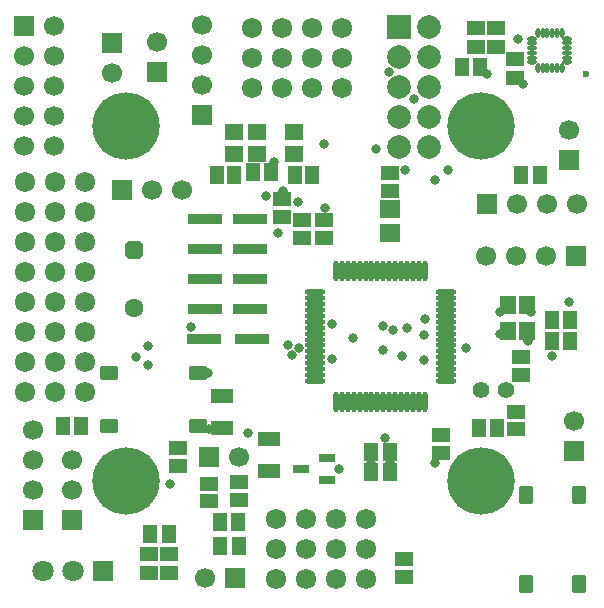
<source format=gts>
%FSTAX23Y23*%
%MOMM*%
%SFA1B1*%

%IPPOS*%
%AMD58*
4,1,8,-0.215900,0.185420,-0.215900,-0.185420,0.000000,-0.398780,0.000000,-0.398780,0.215900,-0.185420,0.215900,0.185420,0.000000,0.398780,0.000000,0.398780,-0.215900,0.185420,0.0*
1,1,0.430000,0.000000,0.185420*
1,1,0.430000,0.000000,-0.185420*
1,1,0.430000,0.000000,-0.185420*
1,1,0.430000,0.000000,0.185420*
%
%AMD59*
4,1,8,0.185420,0.215900,-0.185420,0.215900,-0.398780,0.000000,-0.398780,0.000000,-0.185420,-0.215900,0.185420,-0.215900,0.398780,0.000000,0.398780,0.000000,0.185420,0.215900,0.0*
1,1,0.430000,0.185420,0.000000*
1,1,0.430000,-0.185420,0.000000*
1,1,0.430000,-0.185420,0.000000*
1,1,0.430000,0.185420,0.000000*
%
%AMD69*
4,1,8,0.800100,-0.375920,0.800100,0.375920,0.574040,0.599440,-0.574040,0.599440,-0.800100,0.375920,-0.800100,-0.375920,-0.574040,-0.599440,0.574040,-0.599440,0.800100,-0.375920,0.0*
1,1,0.450000,0.574040,-0.375920*
1,1,0.450000,0.574040,0.375920*
1,1,0.450000,-0.574040,0.375920*
1,1,0.450000,-0.574040,-0.375920*
%
%AMD72*
4,1,8,0.375920,0.800100,-0.375920,0.800100,-0.599440,0.574040,-0.599440,-0.574040,-0.375920,-0.800100,0.375920,-0.800100,0.599440,-0.574040,0.599440,0.574040,0.375920,0.800100,0.0*
1,1,0.450000,0.375920,0.574040*
1,1,0.450000,-0.375920,0.574040*
1,1,0.450000,-0.375920,-0.574040*
1,1,0.450000,0.375920,-0.574040*
%
%AMD79*
4,1,8,0.800100,-0.398780,0.800100,0.398780,0.398780,0.800100,-0.398780,0.800100,-0.800100,0.398780,-0.800100,-0.398780,-0.398780,-0.800100,0.398780,-0.800100,0.800100,-0.398780,0.0*
%
%ADD43C,0.599999*%
G04~CAMADD=58~8~0.0~0.0~315.0~169.3~84.6~0.0~15~0.0~0.0~0.0~0.0~0~0.0~0.0~0.0~0.0~0~0.0~0.0~0.0~90.0~170.0~315.0*
%ADD58D58*%
G04~CAMADD=59~8~0.0~0.0~315.0~169.3~84.6~0.0~15~0.0~0.0~0.0~0.0~0~0.0~0.0~0.0~0.0~0~0.0~0.0~0.0~0.0~315.0~169.3*
%ADD59D59*%
%ADD60R,1.599997X1.399997*%
%ADD61R,1.599997X1.299997*%
%ADD62R,1.299997X1.599997*%
%ADD63R,1.899996X1.299997*%
%ADD64R,2.989994X0.939998*%
%ADD65R,1.199998X1.499997*%
%ADD66R,1.349997X1.599997*%
%ADD67R,1.349997X0.799998*%
%ADD68R,1.499997X1.199998*%
G04~CAMADD=69~8~0.0~0.0~472.4~629.9~88.6~0.0~15~0.0~0.0~0.0~0.0~0~0.0~0.0~0.0~0.0~0~0.0~0.0~0.0~270.0~630.0~472.0*
%ADD69D69*%
%ADD70O,1.749997X0.449999*%
%ADD71O,0.449999X1.749997*%
G04~CAMADD=72~8~0.0~0.0~472.4~629.9~88.6~0.0~15~0.0~0.0~0.0~0.0~0~0.0~0.0~0.0~0.0~0~0.0~0.0~0.0~0.0~472.4~629.9*
%ADD72D72*%
%ADD73R,1.699997X1.599997*%
%ADD74R,1.699997X1.699997*%
%ADD75C,1.699997*%
%ADD76R,1.999996X1.999996*%
%ADD77C,1.999996*%
%ADD78C,1.399997*%
G04~CAMADD=79~4~0.0~0.0~629.9~629.9~0.0~157.5~0~0.0~0.0~0.0~0.0~0~0.0~0.0~0.0~0.0~0~0.0~0.0~0.0~270.0~630.0~630.0*
%ADD79D79*%
%ADD80C,1.599997*%
%ADD81R,1.799996X1.799996*%
%ADD82C,1.799996*%
%ADD83C,1.723997*%
%ADD84R,1.699997X1.699997*%
%ADD85C,5.699989*%
%ADD86C,0.799998*%
%LNpcb_final_2-1*%
%LPD*%
G54D43*
X48931Y44467D03*
G54D58*
X46843Y44928D03*
X46443D03*
X46043D03*
X45643D03*
X45243D03*
X44843D03*
Y47928D03*
X45243D03*
X45643D03*
X46043D03*
X46443D03*
X46843D03*
G54D59*
X44343Y45428D03*
Y45828D03*
Y46228D03*
Y46628D03*
Y47028D03*
Y47428D03*
X47343D03*
Y47028D03*
Y46628D03*
Y46228D03*
Y45828D03*
Y45428D03*
G54D60*
X24199Y39499D03*
Y37699D03*
X21099Y39499D03*
Y37699D03*
X19099Y39499D03*
Y37699D03*
G54D61*
X23138Y32345D03*
Y33845D03*
X24899Y30549D03*
Y32049D03*
X26699Y30549D03*
Y32049D03*
X33499Y01849D03*
Y03349D03*
X19499Y08349D03*
Y09849D03*
X16999Y08249D03*
Y09749D03*
X14399Y12749D03*
Y11249D03*
X43399Y20449D03*
Y18949D03*
X36599Y13849D03*
Y12349D03*
X32299Y34549D03*
Y36049D03*
X42999Y14349D03*
Y15849D03*
G54D62*
X17649Y35899D03*
X19149D03*
X22249Y36099D03*
X20749D03*
X25749Y35899D03*
X24249D03*
X46049Y21799D03*
X47549D03*
X19449Y06499D03*
X17949D03*
X04649Y14599D03*
X06149D03*
X39949Y44999D03*
X38449D03*
X39849Y14499D03*
X41349D03*
G54D63*
X18099Y14449D03*
Y17149D03*
X22099Y13549D03*
Y10849D03*
G54D64*
X20499Y27079D03*
X16689Y24539D03*
X20629Y21999D03*
X16689Y27079D03*
X20499Y24539D03*
X16559Y21999D03*
X20499Y29619D03*
X16689D03*
X20499Y32159D03*
X16689D03*
G54D65*
X43399Y35899D03*
X44999D03*
X17899Y04499D03*
X19499D03*
X11999Y05499D03*
X13599D03*
X30699Y10699D03*
X32299D03*
X30699Y12399D03*
X32299D03*
X45999Y23599D03*
X47599D03*
G54D66*
X43899Y24899D03*
Y22699D03*
X42299D03*
Y24899D03*
G54D67*
X27024Y10049D03*
Y11949D03*
X24774Y10999D03*
G54D68*
X13599Y03799D03*
Y02199D03*
X11899Y03799D03*
Y02199D03*
X42899Y44124D03*
Y45724D03*
X39599Y46699D03*
Y48299D03*
X41299D03*
Y46699D03*
G54D69*
X16049Y19149D03*
Y14649D03*
X08549D03*
Y19149D03*
G54D70*
X25974Y25949D03*
Y25449D03*
Y24949D03*
Y24449D03*
Y23949D03*
Y23449D03*
Y22949D03*
Y22449D03*
Y21949D03*
Y21449D03*
Y20949D03*
Y20449D03*
Y19949D03*
Y19449D03*
Y18949D03*
Y18449D03*
X37024D03*
Y18949D03*
Y19449D03*
Y19949D03*
Y20449D03*
Y20949D03*
Y21449D03*
Y21949D03*
Y22449D03*
Y22949D03*
Y23449D03*
Y23949D03*
Y24449D03*
Y24949D03*
Y25449D03*
Y25949D03*
G54D71*
X27749Y16674D03*
X28249D03*
X28749D03*
X29249D03*
X29749D03*
X30249D03*
X30749D03*
X31249D03*
X31749D03*
X32249D03*
X32749D03*
X33249D03*
X33749D03*
X34249D03*
X34749D03*
X35249D03*
Y27724D03*
X34749D03*
X34249D03*
X33749D03*
X33249D03*
X32749D03*
X32249D03*
X31749D03*
X31249D03*
X30749D03*
X30249D03*
X29749D03*
X29249D03*
X28749D03*
X28249D03*
X27749D03*
G54D72*
X43849Y08749D03*
X48349D03*
Y01249D03*
X43849D03*
G54D73*
X32299Y32999D03*
Y30999D03*
G54D74*
X47929Y12521D03*
X02099Y06699D03*
X05372Y06672D03*
X47449Y37124D03*
X16399Y40999D03*
X12599Y44599D03*
X08799Y47099D03*
X01371Y48488D03*
G54D75*
X47929Y15061D03*
X02099Y14319D03*
Y11779D03*
Y09239D03*
X05372Y09212D03*
Y11752D03*
X12139Y34599D03*
X14679D03*
X16659Y01799D03*
X47449Y39664D03*
X19539Y11999D03*
X16399Y48619D03*
Y46079D03*
Y43539D03*
X48119Y33399D03*
X45579D03*
X43039D03*
X40479Y28999D03*
X43019D03*
X45559D03*
X12599Y47139D03*
X08799Y44559D03*
X03911Y48488D03*
X01371Y45948D03*
X03911D03*
X01371Y43408D03*
X03911D03*
X01371Y40868D03*
X03911D03*
X01371Y38328D03*
X03911D03*
G54D76*
X33044Y48386D03*
G54D77*
X35584Y48386D03*
X33044Y45846D03*
X35584D03*
X33044Y43306D03*
X35584D03*
X33044Y40766D03*
X35584D03*
X33044Y38226D03*
X35584D03*
G54D78*
X40049Y17699D03*
X42149D03*
G54D79*
X10674Y29539D03*
G54D80*
X10674Y24659D03*
G54D81*
X08Y02361D03*
G54D82*
X0546Y02361D03*
X0292D03*
G54D83*
X01421Y17474D03*
Y20014D03*
Y22554D03*
Y25094D03*
Y27634D03*
Y30174D03*
Y32714D03*
X03961Y17474D03*
Y20014D03*
Y22554D03*
Y25094D03*
Y27634D03*
Y30174D03*
Y32714D03*
X01421Y35254D03*
X06501D03*
Y32714D03*
Y30174D03*
Y27634D03*
Y25094D03*
Y22554D03*
Y20014D03*
Y17474D03*
X03961Y35254D03*
X20623Y48348D03*
X23163D03*
X25703D03*
X28243D03*
X20623Y45808D03*
X23163D03*
X25703D03*
X28243D03*
Y43268D03*
X25703D03*
X23163D03*
X20623D03*
X22707Y01675D03*
X25247D03*
X27787D03*
X30327D03*
X22707Y04215D03*
X25247D03*
X27787D03*
X30327D03*
Y06755D03*
X27787D03*
X25247D03*
X22707D03*
G54D84*
X09599Y34599D03*
X19199Y01799D03*
X16999Y11999D03*
X40499Y33399D03*
X48099Y28999D03*
G54D85*
X39999Y39999D03*
X09999D03*
Y09999D03*
X39999D03*
G54D86*
X43149Y47399D03*
X43624Y43574D03*
X15499Y22999D03*
X26699Y38499D03*
X24499Y33599D03*
X22499Y36999D03*
X21799Y34099D03*
X26799Y33099D03*
X31099Y38099D03*
X23299Y34499D03*
X22799Y30999D03*
X23699Y21499D03*
X24019Y20619D03*
X24599Y21199D03*
X31899Y13599D03*
X20299Y14049D03*
X32299Y11499D03*
X30699D03*
X47499Y25099D03*
X45999Y20599D03*
X37199Y36299D03*
X33749Y22949D03*
X35299Y23699D03*
X35199Y22299D03*
X44299Y24299D03*
X41599Y22399D03*
X36099Y35499D03*
X34369Y42299D03*
X41599Y24299D03*
X43999Y21799D03*
X40499Y44399D03*
X36099Y11499D03*
X38799Y21199D03*
X27999Y10999D03*
X27399Y23299D03*
X35199Y20199D03*
X29199Y22099D03*
X33299Y20599D03*
X32599Y22799D03*
X27399Y20299D03*
X31699Y21099D03*
Y23099D03*
X10799Y20499D03*
X16899Y19099D03*
X13699Y09699D03*
X16999Y14363D03*
X11799Y21399D03*
X11817Y19799D03*
X32199Y44599D03*
X33599Y36299D03*
M02*
</source>
